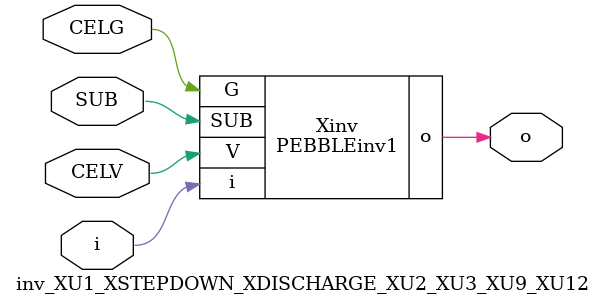
<source format=v>



module PEBBLEinv1 ( o, G, SUB, V, i );

  input V;
  input i;
  input G;
  output o;
  input SUB;
endmodule

//Celera Confidential Do Not Copy inv_XU1_XSTEPDOWN_XDISCHARGE_XU2_XU3_XU9_XU12
//Celera Confidential Symbol Generator
//5V Inverter
module inv_XU1_XSTEPDOWN_XDISCHARGE_XU2_XU3_XU9_XU12 (CELV,CELG,i,o,SUB);
input CELV;
input CELG;
input i;
input SUB;
output o;

//Celera Confidential Do Not Copy inv
PEBBLEinv1 Xinv(
.V (CELV),
.i (i),
.o (o),
.SUB (SUB),
.G (CELG)
);
//,diesize,PEBBLEinv1

//Celera Confidential Do Not Copy Module End
//Celera Schematic Generator
endmodule

</source>
